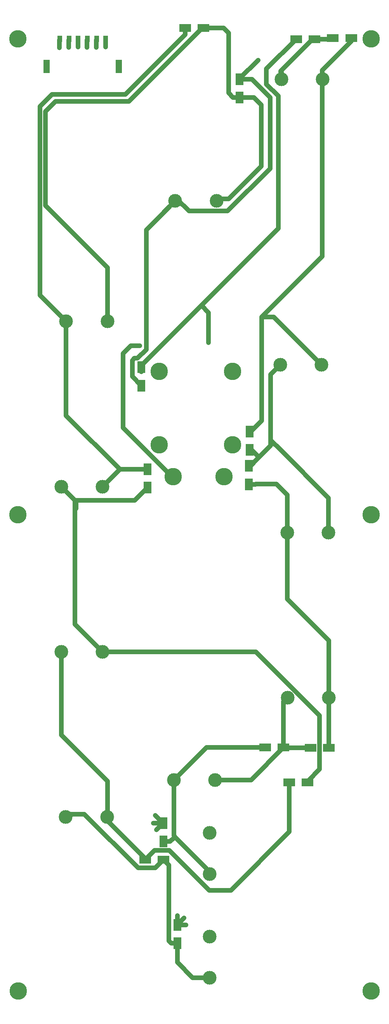
<source format=gtl>
%TF.GenerationSoftware,KiCad,Pcbnew,8.0.4*%
%TF.CreationDate,2025-03-26T23:32:02-07:00*%
%TF.ProjectId,Stationary_X_Panel,53746174-696f-46e6-9172-795f585f5061,1.5*%
%TF.SameCoordinates,Original*%
%TF.FileFunction,Copper,L1,Top*%
%TF.FilePolarity,Positive*%
%FSLAX46Y46*%
G04 Gerber Fmt 4.6, Leading zero omitted, Abs format (unit mm)*
G04 Created by KiCad (PCBNEW 8.0.4) date 2025-03-26 23:32:02*
%MOMM*%
%LPD*%
G01*
G04 APERTURE LIST*
%TA.AperFunction,ComponentPad*%
%ADD10C,2.600000*%
%TD*%
%TA.AperFunction,ConnectorPad*%
%ADD11C,3.800000*%
%TD*%
%TA.AperFunction,ComponentPad*%
%ADD12C,3.000000*%
%TD*%
%TA.AperFunction,SMDPad,CuDef*%
%ADD13R,1.700000X2.500000*%
%TD*%
%TA.AperFunction,SMDPad,CuDef*%
%ADD14R,2.500000X1.700000*%
%TD*%
%TA.AperFunction,SMDPad,CuDef*%
%ADD15R,1.100000X1.450000*%
%TD*%
%TA.AperFunction,SMDPad,CuDef*%
%ADD16R,1.350000X2.900000*%
%TD*%
%TA.AperFunction,ViaPad*%
%ADD17C,0.800000*%
%TD*%
%TA.AperFunction,Conductor*%
%ADD18C,1.000000*%
%TD*%
%TA.AperFunction,Conductor*%
%ADD19C,0.635000*%
%TD*%
G04 APERTURE END LIST*
D10*
%TO.P,H12,1,1*%
%TO.N,GND*%
X109240000Y-127760000D03*
D11*
X109240000Y-127760000D03*
%TD*%
D12*
%TO.P,SC8,1,+*%
%TO.N,Net-(D7-A)*%
X98450000Y-95070000D03*
%TO.P,SC8,2,-*%
%TO.N,Net-(D8-A)*%
X89450000Y-95070000D03*
%TD*%
D13*
%TO.P,D14,1,K*%
%TO.N,VSOLAR*%
X59165000Y-95595000D03*
%TO.P,D14,2,A*%
%TO.N,SC1-6_+*%
X59165000Y-99595000D03*
%TD*%
%TO.P,D6,1,K*%
%TO.N,Net-(D5-A)*%
X66976000Y-221132000D03*
%TO.P,D6,2,A*%
%TO.N,GND*%
X66976000Y-217132000D03*
%TD*%
D12*
%TO.P,SC2,1,+*%
%TO.N,Net-(D1-A)*%
X51750000Y-85595000D03*
%TO.P,SC2,2,-*%
%TO.N,Net-(D2-A)*%
X42750000Y-85595000D03*
%TD*%
D14*
%TO.P,D4,1,K*%
%TO.N,Net-(D3-A)*%
X95415000Y-186095000D03*
%TO.P,D4,2,A*%
%TO.N,Net-(D4-A)*%
X91415000Y-186095000D03*
%TD*%
%TO.P,D2,1,K*%
%TO.N,Net-(D1-A)*%
X72715000Y-21670000D03*
%TO.P,D2,2,A*%
%TO.N,Net-(D2-A)*%
X68715000Y-21670000D03*
%TD*%
D10*
%TO.P,H8,1,1*%
%TO.N,GND*%
X32260000Y-231510000D03*
D11*
X32260000Y-231510000D03*
%TD*%
D12*
%TO.P,SC1,1,+*%
%TO.N,SC1-6_+*%
X66525000Y-59345000D03*
%TO.P,SC1,2,-*%
%TO.N,Net-(D1-A)*%
X75525000Y-59345000D03*
%TD*%
%TO.P,SC12,1,+*%
%TO.N,Net-(D11-A)*%
X74080000Y-206030000D03*
%TO.P,SC12,2,-*%
%TO.N,GND*%
X74080000Y-197030000D03*
%TD*%
%TO.P,SC11,1,+*%
%TO.N,Net-(D10-A)*%
X75240000Y-185520000D03*
%TO.P,SC11,2,-*%
%TO.N,Net-(D11-A)*%
X66240000Y-185520000D03*
%TD*%
D13*
%TO.P,D3,1,K*%
%TO.N,Net-(D2-A)*%
X60505000Y-117825000D03*
%TO.P,D3,2,A*%
%TO.N,Net-(D3-A)*%
X60505000Y-121825000D03*
%TD*%
D14*
%TO.P,D11,1,K*%
%TO.N,Net-(D10-A)*%
X90150000Y-178430000D03*
%TO.P,D11,2,A*%
%TO.N,Net-(D11-A)*%
X86150000Y-178430000D03*
%TD*%
%TO.P,D5,1,K*%
%TO.N,Net-(D4-A)*%
X59980000Y-202930000D03*
%TO.P,D5,2,A*%
%TO.N,Net-(D5-A)*%
X63980000Y-202930000D03*
%TD*%
D12*
%TO.P,SC9,1,+*%
%TO.N,Net-(D8-A)*%
X99970000Y-131590000D03*
%TO.P,SC9,2,-*%
%TO.N,Net-(D10-K)*%
X90970000Y-131590000D03*
%TD*%
D15*
%TO.P,J2,1,1*%
%TO.N,/RBF_DETECT*%
X41365000Y-24020000D03*
%TO.P,J2,2,2*%
%TO.N,/VBATT*%
X43365000Y-24020000D03*
%TO.P,J2,3,3*%
%TO.N,/VCHRG*%
X45365000Y-24020000D03*
%TO.P,J2,4,4*%
%TO.N,/VUSB_BAT*%
X47365000Y-24020000D03*
%TO.P,J2,5,5*%
%TO.N,/PYCUBED_GND*%
X49365000Y-24020000D03*
%TO.P,J2,6,6*%
%TO.N,/PYCUBED_GNDREF*%
X51365000Y-24020000D03*
D16*
%TO.P,J2,S1,SHIELD1*%
%TO.N,unconnected-(J2-SHIELD1-PadS1)*%
X38470000Y-29995000D03*
%TO.P,J2,S2,SHIELD2*%
%TO.N,unconnected-(J2-SHIELD2-PadS2)*%
X54260000Y-29995000D03*
%TD*%
D10*
%TO.P,H9,1,1*%
%TO.N,GND*%
X32240000Y-127750000D03*
D11*
X32240000Y-127750000D03*
%TD*%
D13*
%TO.P,D1,1,K*%
%TO.N,SC1-6_+*%
X80600000Y-32790000D03*
%TO.P,D1,2,A*%
%TO.N,Net-(D1-A)*%
X80600000Y-36790000D03*
%TD*%
D10*
%TO.P,H3,1,1*%
%TO.N,GND*%
X63000000Y-112500000D03*
D11*
X63000000Y-112500000D03*
%TD*%
D13*
%TO.P,D8,1,K*%
%TO.N,Net-(D7-A)*%
X82800000Y-109600000D03*
%TO.P,D8,2,A*%
%TO.N,Net-(D8-A)*%
X82800000Y-113600000D03*
%TD*%
D12*
%TO.P,SC7,1,+*%
%TO.N,SC7-12_+*%
X89665000Y-32845000D03*
%TO.P,SC7,2,-*%
%TO.N,Net-(D7-A)*%
X98665000Y-32845000D03*
%TD*%
D10*
%TO.P,H10,1,1*%
%TO.N,GND*%
X32250000Y-24010000D03*
D11*
X32250000Y-24010000D03*
%TD*%
D10*
%TO.P,H2,1,1*%
%TO.N,GND*%
X77200000Y-119400000D03*
D11*
X77200000Y-119400000D03*
%TD*%
D12*
%TO.P,SC6,1,+*%
%TO.N,Net-(D5-A)*%
X74080000Y-228670000D03*
%TO.P,SC6,2,-*%
%TO.N,GND*%
X74080000Y-219670000D03*
%TD*%
D10*
%TO.P,H5,1,1*%
%TO.N,GND*%
X63000000Y-96500000D03*
D11*
X63000000Y-96500000D03*
%TD*%
D12*
%TO.P,SC5,1,+*%
%TO.N,Net-(D4-A)*%
X51665000Y-193595000D03*
%TO.P,SC5,2,-*%
%TO.N,Net-(D5-A)*%
X42665000Y-193595000D03*
%TD*%
D10*
%TO.P,H7,1,1*%
%TO.N,GND*%
X109240000Y-231500000D03*
D11*
X109240000Y-231500000D03*
%TD*%
D10*
%TO.P,H4,1,1*%
%TO.N,GND*%
X79000000Y-112500000D03*
D11*
X79000000Y-112500000D03*
%TD*%
D14*
%TO.P,D13,1,K*%
%TO.N,VSOLAR*%
X92915000Y-24095000D03*
%TO.P,D13,2,A*%
%TO.N,SC7-12_+*%
X96915000Y-24095000D03*
%TD*%
D13*
%TO.P,D9,1,K*%
%TO.N,Net-(D8-A)*%
X82565000Y-117095000D03*
%TO.P,D9,2,A*%
%TO.N,Net-(D10-K)*%
X82565000Y-121095000D03*
%TD*%
%TO.P,D12,1,K*%
%TO.N,Net-(D11-A)*%
X63950000Y-198970000D03*
%TO.P,D12,2,A*%
%TO.N,GND*%
X63950000Y-194970000D03*
%TD*%
D10*
%TO.P,H11,1,1*%
%TO.N,GND*%
X109260000Y-24000000D03*
D11*
X109260000Y-24000000D03*
%TD*%
D12*
%TO.P,SC4,1,+*%
%TO.N,Net-(D3-A)*%
X50665000Y-157595000D03*
%TO.P,SC4,2,-*%
%TO.N,Net-(D4-A)*%
X41665000Y-157595000D03*
%TD*%
%TO.P,SC3,1,+*%
%TO.N,Net-(D2-A)*%
X50680000Y-121595000D03*
%TO.P,SC3,2,-*%
%TO.N,Net-(D3-A)*%
X41680000Y-121595000D03*
%TD*%
D14*
%TO.P,D10,1,K*%
%TO.N,Net-(D10-K)*%
X100060000Y-178520000D03*
%TO.P,D10,2,A*%
%TO.N,Net-(D10-A)*%
X96060000Y-178520000D03*
%TD*%
D12*
%TO.P,SC10,1,+*%
%TO.N,Net-(D10-K)*%
X100020000Y-167610000D03*
%TO.P,SC10,2,-*%
%TO.N,Net-(D10-A)*%
X91020000Y-167610000D03*
%TD*%
D10*
%TO.P,H6,1,1*%
%TO.N,GND*%
X79000000Y-96500000D03*
D11*
X79000000Y-96500000D03*
%TD*%
D10*
%TO.P,H1,1,1*%
%TO.N,BURN*%
X66100000Y-119400000D03*
D11*
X66100000Y-119400000D03*
%TD*%
D14*
%TO.P,D7,1,K*%
%TO.N,SC7-12_+*%
X100915000Y-23845000D03*
%TO.P,D7,2,A*%
%TO.N,Net-(D7-A)*%
X104915000Y-23845000D03*
%TD*%
D17*
%TO.N,VSOLAR*%
X73760000Y-90200000D03*
%TO.N,GND*%
X68900000Y-217160000D03*
X66980000Y-215120000D03*
X61730000Y-194950000D03*
X68480000Y-215630000D03*
X62160000Y-193290000D03*
X62440000Y-196420000D03*
%TO.N,SC1-6_+*%
X84590000Y-28695000D03*
%TO.N,BURN*%
X58823000Y-90937000D03*
%TO.N,SC7-12_+*%
X89560000Y-31050000D03*
%TO.N,/RBF_DETECT*%
X41310000Y-25970000D03*
%TO.N,/VUSB_BAT*%
X47310000Y-25910000D03*
%TO.N,/VCHRG*%
X45300000Y-25800000D03*
%TO.N,/VBATT*%
X43340000Y-25880000D03*
%TO.N,/PYCUBED_GND*%
X49340000Y-25880000D03*
%TO.N,/PYCUBED_GNDREF*%
X51290000Y-25780000D03*
%TD*%
D18*
%TO.N,VSOLAR*%
X73760000Y-90200000D02*
X73760000Y-83670000D01*
X86440000Y-33900000D02*
X88990000Y-36450000D01*
X86440000Y-30570000D02*
X86440000Y-33900000D01*
X59165000Y-95193428D02*
X59165000Y-96595000D01*
X88990000Y-65358428D02*
X72224214Y-82124214D01*
X88990000Y-36450000D02*
X88990000Y-65358428D01*
X72224214Y-82124214D02*
X72224214Y-82134214D01*
X92915000Y-24095000D02*
X86440000Y-30570000D01*
X73760000Y-83670000D02*
X72224214Y-82134214D01*
X72224214Y-82134214D02*
X59165000Y-95193428D01*
%TO.N,GND*%
X66978000Y-217132000D02*
X68480000Y-215630000D01*
X66976000Y-215124000D02*
X66980000Y-215120000D01*
X66976000Y-217132000D02*
X66976000Y-215124000D01*
X63950000Y-194970000D02*
X63840000Y-194970000D01*
X66976000Y-217132000D02*
X68872000Y-217132000D01*
X61750000Y-194970000D02*
X61730000Y-194950000D01*
X66976000Y-217132000D02*
X66978000Y-217132000D01*
X63840000Y-194970000D02*
X62160000Y-193290000D01*
X68872000Y-217132000D02*
X68900000Y-217160000D01*
X63950000Y-194970000D02*
X63890000Y-194970000D01*
X63890000Y-194970000D02*
X62440000Y-196420000D01*
X63950000Y-194970000D02*
X61750000Y-194970000D01*
%TO.N,SC1-6_+*%
X66525000Y-59345000D02*
X64345000Y-61525000D01*
X84590000Y-28695000D02*
X80600000Y-32685000D01*
X57165000Y-94095000D02*
X57615000Y-93645000D01*
X87240000Y-52250000D02*
X87240000Y-36800000D01*
X64345000Y-61525000D02*
X64085000Y-61785000D01*
X77945000Y-61545000D02*
X87240000Y-52250000D01*
X58295000Y-93645000D02*
X60200000Y-91740000D01*
X83230000Y-32790000D02*
X80600000Y-32790000D01*
X59165000Y-99595000D02*
X57165000Y-97595000D01*
X64085000Y-61785000D02*
X66930000Y-58940000D01*
X57615000Y-93645000D02*
X58295000Y-93645000D01*
X63275000Y-62595000D02*
X64345000Y-61525000D01*
X87240000Y-36800000D02*
X83230000Y-32790000D01*
X60200000Y-65670000D02*
X63275000Y-62595000D01*
X57165000Y-97595000D02*
X57165000Y-94095000D01*
X60200000Y-91740000D02*
X60200000Y-65670000D01*
X69535000Y-61545000D02*
X77945000Y-61545000D01*
X66930000Y-58940000D02*
X69535000Y-61545000D01*
X80600000Y-32685000D02*
X80600000Y-32790000D01*
%TO.N,Net-(D1-A)*%
X75560000Y-58920000D02*
X78190000Y-58920000D01*
X51750000Y-73850000D02*
X51750000Y-85595000D01*
X85330000Y-38400000D02*
X83720000Y-36790000D01*
X38245000Y-60345000D02*
X51750000Y-73850000D01*
X79150000Y-36790000D02*
X78150000Y-35790000D01*
X72440000Y-21670000D02*
X56440000Y-37670000D01*
X56440000Y-37670000D02*
X40410000Y-37670000D01*
X85330000Y-51780000D02*
X85330000Y-38400000D01*
X40410000Y-37670000D02*
X38245000Y-39835000D01*
X78190000Y-58920000D02*
X85330000Y-51780000D01*
X80600000Y-36790000D02*
X79150000Y-36790000D01*
X77120000Y-21670000D02*
X72440000Y-21670000D01*
X78150000Y-22700000D02*
X77120000Y-21670000D01*
X78150000Y-35790000D02*
X78150000Y-22700000D01*
X38245000Y-39835000D02*
X38245000Y-60345000D01*
X83720000Y-36790000D02*
X80600000Y-36790000D01*
%TO.N,Net-(D2-A)*%
X42750000Y-85595000D02*
X42750000Y-87595000D01*
X50680000Y-121595000D02*
X54450000Y-117825000D01*
X37045000Y-79890000D02*
X37045000Y-38715000D01*
X42750000Y-85595000D02*
X37045000Y-79890000D01*
X37045000Y-38715000D02*
X39665000Y-36095000D01*
X68715000Y-23045000D02*
X68715000Y-21670000D01*
X54450000Y-117825000D02*
X60505000Y-117825000D01*
X55665000Y-36095000D02*
X68715000Y-23045000D01*
X39665000Y-36095000D02*
X55665000Y-36095000D01*
X42750000Y-106125000D02*
X54450000Y-117825000D01*
X42750000Y-87595000D02*
X42750000Y-106125000D01*
%TO.N,Net-(D10-K)*%
X90970000Y-131590000D02*
X90970000Y-146120000D01*
X100020000Y-167610000D02*
X100020000Y-178480000D01*
X90970000Y-146120000D02*
X100020000Y-155170000D01*
X100020000Y-155170000D02*
X100020000Y-167610000D01*
X84065000Y-121095000D02*
X84115000Y-121045000D01*
X90970000Y-123444000D02*
X90970000Y-131590000D01*
X82565000Y-121095000D02*
X84065000Y-121095000D01*
X84115000Y-121045000D02*
X88571000Y-121045000D01*
X100020000Y-178480000D02*
X100060000Y-178520000D01*
X88571000Y-121045000D02*
X90970000Y-123444000D01*
%TO.N,Net-(D10-A)*%
X83060000Y-185520000D02*
X75240000Y-185520000D01*
X90150000Y-178430000D02*
X90150000Y-168480000D01*
X90240000Y-178520000D02*
X90150000Y-178430000D01*
X90150000Y-168480000D02*
X91020000Y-167610000D01*
X90150000Y-178430000D02*
X83060000Y-185520000D01*
X96060000Y-178520000D02*
X90240000Y-178520000D01*
%TO.N,Net-(D11-A)*%
X73330000Y-178430000D02*
X66240000Y-185520000D01*
X66240000Y-197670000D02*
X66240000Y-185520000D01*
X65410000Y-198970000D02*
X66240000Y-198140000D01*
X74080000Y-205510000D02*
X74080000Y-206030000D01*
X66240000Y-198140000D02*
X66710000Y-198140000D01*
X66710000Y-198140000D02*
X74080000Y-205510000D01*
X86150000Y-178430000D02*
X73330000Y-178430000D01*
X66710000Y-198140000D02*
X66240000Y-197670000D01*
X63950000Y-198970000D02*
X65410000Y-198970000D01*
%TO.N,Net-(D3-A)*%
X44680000Y-126595000D02*
X44680000Y-124595000D01*
X44922500Y-126352500D02*
X44922500Y-124837500D01*
X44680000Y-126595000D02*
X44922500Y-126352500D01*
X98010000Y-171488730D02*
X98010000Y-183180000D01*
X50665000Y-157595000D02*
X44680000Y-151610000D01*
X44680000Y-151610000D02*
X44680000Y-126595000D01*
X84116270Y-157595000D02*
X98010000Y-171488730D01*
X98010000Y-183180000D02*
X95505000Y-185685000D01*
X44680000Y-124595000D02*
X57735000Y-124595000D01*
X57735000Y-124595000D02*
X60505000Y-121825000D01*
X51665000Y-157595000D02*
X84116270Y-157595000D01*
X44922500Y-124837500D02*
X41680000Y-121595000D01*
%TO.N,Net-(D4-A)*%
X78665000Y-209595000D02*
X91415000Y-196845000D01*
X41665000Y-175725000D02*
X41665000Y-158595000D01*
X59980000Y-202930000D02*
X61990000Y-200920000D01*
X51730000Y-185790000D02*
X41665000Y-175725000D01*
X73915000Y-209595000D02*
X78665000Y-209595000D01*
X59980000Y-202660000D02*
X51730000Y-194410000D01*
X61990000Y-200920000D02*
X65240000Y-200920000D01*
X65240000Y-200920000D02*
X73915000Y-209595000D01*
X91415000Y-196845000D02*
X91415000Y-186095000D01*
X59980000Y-202930000D02*
X59980000Y-202660000D01*
X51730000Y-194410000D02*
X51730000Y-185790000D01*
%TO.N,Net-(D5-A)*%
X66976000Y-221132000D02*
X65692000Y-221132000D01*
X70350000Y-228670000D02*
X74080000Y-228670000D01*
X65165000Y-204115000D02*
X63980000Y-202930000D01*
X65165000Y-220605000D02*
X65165000Y-204115000D01*
X66976000Y-225296000D02*
X70350000Y-228670000D01*
X46730000Y-193000000D02*
X42730000Y-193000000D01*
X63980000Y-202930000D02*
X62190000Y-204720000D01*
X58450000Y-204720000D02*
X46730000Y-193000000D01*
X66976000Y-221132000D02*
X66976000Y-225296000D01*
X62190000Y-204720000D02*
X58450000Y-204720000D01*
X65692000Y-221132000D02*
X65165000Y-220605000D01*
%TO.N,Net-(D7-A)*%
X85415000Y-107235000D02*
X83050000Y-109600000D01*
X104915000Y-24525000D02*
X104915000Y-23845000D01*
X85415000Y-84595000D02*
X87975000Y-84595000D01*
X85415000Y-84595000D02*
X85415000Y-107235000D01*
X82805000Y-109595000D02*
X82915000Y-109595000D01*
X82800000Y-109600000D02*
X82805000Y-109595000D01*
X98560000Y-30880000D02*
X104915000Y-24525000D01*
X83050000Y-109600000D02*
X82800000Y-109600000D01*
X98560000Y-71450000D02*
X98560000Y-30880000D01*
X85415000Y-84595000D02*
X98560000Y-71450000D01*
X87975000Y-84595000D02*
X98450000Y-95070000D01*
%TO.N,Net-(D8-A)*%
X83170000Y-113600000D02*
X84800000Y-115230000D01*
X82800000Y-113600000D02*
X83170000Y-113600000D01*
X84800000Y-115230000D02*
X87373000Y-112657000D01*
X99970000Y-124050000D02*
X89500000Y-113580000D01*
X87373000Y-97147000D02*
X89450000Y-95070000D01*
X89500000Y-113580000D02*
X87373000Y-111453000D01*
X87373000Y-111453000D02*
X87373000Y-97147000D01*
X82565000Y-117465000D02*
X84800000Y-115230000D01*
X99970000Y-131590000D02*
X99970000Y-124050000D01*
X87373000Y-112657000D02*
X87373000Y-111453000D01*
%TO.N,BURN*%
X56823000Y-90937000D02*
X55165000Y-92595000D01*
X55165000Y-92595000D02*
X55165000Y-108765000D01*
X55165000Y-108765000D02*
X65800000Y-119400000D01*
X65800000Y-119400000D02*
X66100000Y-119400000D01*
X58823000Y-90937000D02*
X56823000Y-90937000D01*
%TO.N,SC7-12_+*%
X89560000Y-31050000D02*
X89665000Y-31155000D01*
X100665000Y-24095000D02*
X100915000Y-23845000D01*
X96915000Y-24095000D02*
X100665000Y-24095000D01*
X96515000Y-24095000D02*
X96915000Y-24095000D01*
X89560000Y-32800000D02*
X89560000Y-31050000D01*
X89560000Y-31050000D02*
X96515000Y-24095000D01*
X89665000Y-31155000D02*
X89665000Y-32845000D01*
%TO.N,/RBF_DETECT*%
X41315000Y-24305000D02*
X41315000Y-25965000D01*
D19*
X41315000Y-25965000D02*
X41310000Y-25970000D01*
%TO.N,/VUSB_BAT*%
X47315000Y-25905000D02*
X47310000Y-25910000D01*
D18*
X47315000Y-24305000D02*
X47315000Y-25905000D01*
D19*
%TO.N,/VCHRG*%
X45315000Y-25785000D02*
X45300000Y-25800000D01*
D18*
X45315000Y-24305000D02*
X45315000Y-25785000D01*
D19*
%TO.N,/VBATT*%
X43315000Y-25855000D02*
X43340000Y-25880000D01*
D18*
X43315000Y-24305000D02*
X43315000Y-25855000D01*
D19*
%TO.N,/PYCUBED_GND*%
X49315000Y-25855000D02*
X49340000Y-25880000D01*
D18*
X49315000Y-24305000D02*
X49315000Y-25855000D01*
D19*
%TO.N,/PYCUBED_GNDREF*%
X51315000Y-25755000D02*
X51290000Y-25780000D01*
D18*
X51315000Y-24305000D02*
X51315000Y-25755000D01*
%TD*%
M02*

</source>
